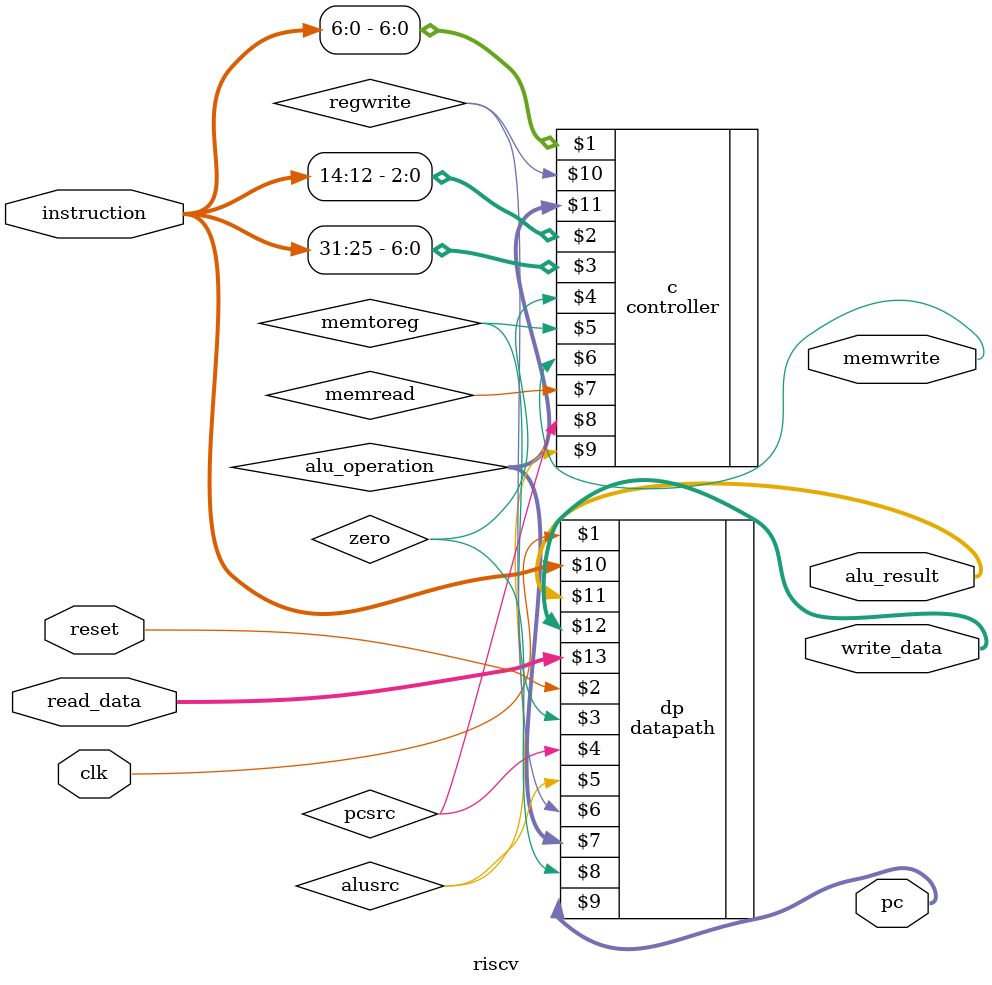
<source format=v>

`include "controller.v"
`include "datapath.v"

module riscv(input         clk, reset,
             output [63:0] pc,
             input  [31:0] instruction,
             output        memwrite,
             output [63:0] alu_result,  write_data,
             input  [63:0] read_data);

  wire        memtoreg, pcsrc, zero, alusrc, regwrite;
  wire [3:0]  alu_operation;

  controller c(instruction[6:0],      //opcode
               instruction[14:12],    //funct3
               instruction[31:25],    //funct7
               zero,
               memtoreg, memwrite, memread,
               pcsrc,
               alusrc, regwrite,
               alu_operation);

  datapath dp(clk, reset, 
              memtoreg, pcsrc,
              alusrc,
              regwrite, 
              alu_operation,
              zero,
              pc,
              instruction,
              alu_result,  write_data,
              read_data);

endmodule
</source>
